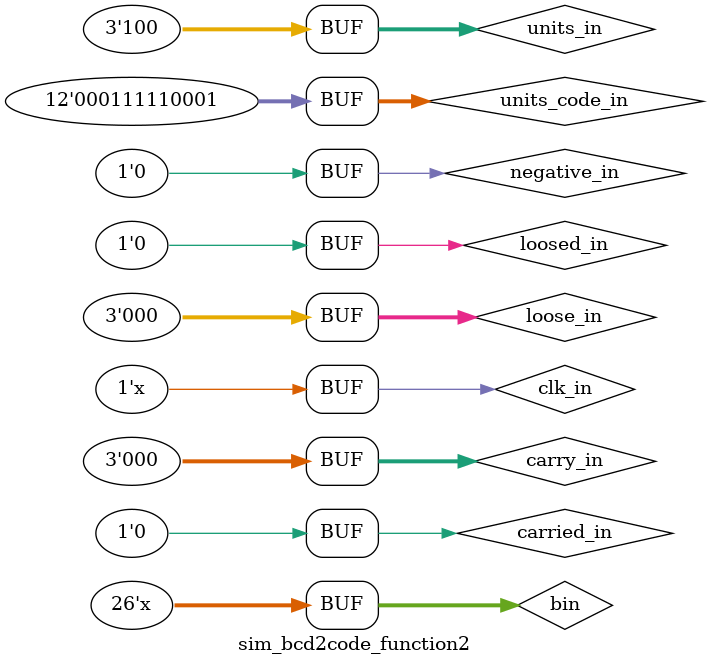
<source format=v>
`timescale 1ns / 1ps


module sim_bcd2code_function2(

    );
        reg clk_in = 0;
    always#10
        clk_in = ~clk_in;
    reg[25:0] bin = 26'hfffff;
    always#1000
        bin = bin + 1;
    
    wire[31:0] bcd_out;
    wire bcd_valid_out;
    bin2bcd uut_bin2bcd(
            .clk_in(clk_in),
            .bin_in(bin),//×î¸ß26Î»ÊäÈë
            .bcd_out(bcd_out),//×î¸ß32Î»Êä³ö
            .valid_out(bcd_valid_out)
            );
    reg[31:0] bcd_in;
    always@(posedge bcd_valid_out)
        bcd_in = bcd_out;
        
        
    parameter ca = 6'd0,     cb = 6'd1,     cc = 6'd2,     cd = 6'd3,     ce = 6'd4,     cf = 6'd5,     cg = 6'd6,     ch = 6'd7,     
                               ci = 6'd8,     cj = 6'd9,     ck = 6'd10,    cl = 6'd11,    cm = 6'd12,    cn = 6'd13,    cp = 6'd14,    cq = 6'd15,    
                               cr = 6'd16,    cs = 6'd17,    ct = 6'd18,    cu = 6'd19,    cv = 6'd20,    cw = 6'd21,    cx = 6'd22,    cy = 6'd23,    
                               cz = 6'd24,    a = 6'd25,     b = 6'd26,     c = 6'd27,     d = 6'd28,     e = 6'd29,     f = 6'd30,     g = 6'd31,     
                               h = 6'd32,     
                               //i = 6'd33,     j = 6'd34,     //i ºÍ j ÒÑ¾­ÓÃ¹ýÁË
                               k = 6'd35,     m = 6'd36,     n = 6'd37,     o = 6'd38,     p = 6'd39,     
                               q = 6'd40,     r = 6'd41,     s = 6'd42,     t = 6'd43,     u = 6'd44,     v = 6'd45,     w = 6'd46,     x = 6'd47,     
                               y = 6'd48,     z = 6'd49,     n0 = 6'd50,    n1 = 6'd51,    n2 = 6'd52,    n3 = 6'd53,    n4 = 6'd54,    n5 = 6'd55,    
                               n6 = 6'd56,    n7 = 6'd57,    n8 = 6'd58,    n9 = 6'd59,    div = 6'd60,   neg = 6'd61,  space = 6'd62,  point = 6'd63,
                               l = 6'd51,co = 6'd50;//×ÖÄ¸lÓÃÊý×Ö1´úÌæ£¬Êý×Ö0ÓÃ´óÐ´×ÖÄ¸O´úÌæ
    
    
            
            reg negative_in = 0;
            reg carried_in = 0;
            reg [2:0]carry_in = 0;//×î¶à´øÁË7¸ö0
            reg loosed_in = 0;
            reg [2:0]loose_in = 0;//×î¶àÈ¥ÁË7¸ö0
            
            reg [2:0] units_in = 4;//0:p£¬1:n, 2:u, 3:m, 4:ÎÞµ¥Î» 5:k, 6:M£¬7:G
            reg [11:0] units_code_in = {ch,z};//×î¶àÁ½Î»·ûºÅÊäÈë//Èç¹ûÔö¼Ó£¬Òª¸Äunits_code,code_out
            
            reg[47:0] code_out;//8¸ö×Ö·û£¬Ð¡Êýµã±£Áô2Î»
            //output reg[2:0] units_out,//0:ÎÞµ¥Î»£¬1:n,2:u,3:m,4:k,5:M£¬6:G£¬7:T
            ////////////test//////////////////
        //    output reg state,
        //    output reg[47:0] code_temp,
        //    output reg[3:0] lenth,
         //   output reg signed [4:0] real_lenth

            
            
            
        //                always@(posedge clk_in)
        //                    if(carried_in&loosed_in)
        //                        wrong_out = 1;
        //                    else
        //                        wrong_out = 0;
                        reg lenth_flag = 0;
                        reg[31:0] bcd_temp = 0;//ÓÃÀ´²Ù×÷µÄbcdÂë
                        reg state = 0;
                        always@(posedge clk_in)//×´Ì¬×ª»»
                            case(state)
                                1'b0:
                                     if(bcd_temp != bcd_in)
                                     begin
                                         bcd_temp <= bcd_in;
                                         state <= 1'b1;
                                     end
                                1'b1:
                                     if(lenth_flag)
                                         state <= 0;
                            endcase
        ///////////////////////////////////////////////////////////////////////////////////////////////////////////////////////            
                            
                            //////////////ÅÐ¶ÏÊý¾ÝÓÐÐ§Î»³¤¶È
                        reg[5:0] i;
                        reg[5:0] j;
                        reg[3:0] lenth;//Êý¾ÝÓÐÐ§Î»³¤¶È
                        
                        always@(negedge clk_in)
                            if(state)
                            begin
                                for(i=32;i>=1;i=i-1)
                                begin
                                    j = i - 1;
                                    if(~lenth_flag)
                                    begin
                                        if(bcd_temp[j] != 0)
                                        begin
                                            lenth = (j/4) + 1;
                                            lenth_flag = 1;
                                        end
                                        else if(j == 0)
                                        begin
                                            lenth = 0;
                                            lenth_flag = 1;
                                        end
                                    end
                                end
                            end
                            else
                                lenth_flag = 0;
        ////////////////////////////////////////////////////////////////////////////////////////////////////////////////////////                
                        /////////////////×ª»»/////////////////////
                        wire[5:0] code0;
                        wire[5:0] code1;
                        wire[5:0] code2;
                        wire[5:0] code3;
                        wire[5:0] code4;
                        wire[5:0] code5;
                        wire[5:0] code6;
                        wire[5:0] code7;
                        
                        bcd2code_core bc0(
                            .bcd_4bit_in(bcd_temp[3:0]),
                            .code_4bit_out(code0)
                            );
                        bcd2code_core bc1(                  
                            .bcd_4bit_in(bcd_temp[7:4]),
                            .code_4bit_out(code1)       
                            );
                        bcd2code_core bc2(                  
                            .bcd_4bit_in(bcd_temp[11:8]),
                            .code_4bit_out(code2)       
                            );                          
                        bcd2code_core bc3(                  
                            .bcd_4bit_in(bcd_temp[15:12]),
                            .code_4bit_out(code3)       
                            );                        
                        bcd2code_core bc4(                  
                            .bcd_4bit_in(bcd_temp[19:16]),
                            .code_4bit_out(code4)       
                            );                          
                        bcd2code_core bc5(                  
                            .bcd_4bit_in(bcd_temp[23:20]),
                            .code_4bit_out(code5)       
                            );                          
                        bcd2code_core bc6(                  
                            .bcd_4bit_in(bcd_temp[27:24]),
                            .code_4bit_out(code6)       
                            );                          
                        bcd2code_core bc7(                  
                            .bcd_4bit_in(bcd_temp[31:28]),
                            .code_4bit_out(code7)       
                            );
        /////////////////////////////////////////////////////////////////////////////////////////////////////////////////ÏÂ½µÑØ
                        /////////////////////¸³Öµ/////////////////////
                        reg[47:0] code_temp;                          
                        always@(posedge lenth_flag)//Ê±ÖÓÏÂ½µÑØ
                            code_temp <= {code7,code6,code5,code4,code3,code2,code1,code0};
        /////////////////////////////////////////////////////////////////////////////////////////////////////////////////////ÉÏÉýÑØ
                        ////////////////////ÒÆÎ»///////////////////
                        reg[17:0] code_temp_shift;
                        reg shift_flag = 0;
                        always@(posedge clk_in)
                            if(lenth_flag)
                                begin
                                    shift_flag = 1;
                                    case(lenth)
                                        4'd8: code_temp_shift <= code_temp[47:30];
                                        4'd7: code_temp_shift <= code_temp[41:24];
                                        4'd6: code_temp_shift <= code_temp[35:18];
                                        4'd5: code_temp_shift <= code_temp[29:12];
                                        4'd4: code_temp_shift <= code_temp[23:6];
                                        4'd3: code_temp_shift <= code_temp[17:0];
                                        4'd2: code_temp_shift <= {code_temp[11:0],n0};
                                        4'd1: code_temp_shift <= {code_temp[5:0],n0,n0};
                                        4'd0: code_temp_shift <= {n0,n0,n0};
                                    endcase
                                end
                            else
                                shift_flag = 0;
                            
                                
                        //////////////ÕæÊµ³¤¶ÈÅÐ¶Ï///////////////////
                        //³¤¶È×î´ó8Î»
                        //Òò´Ë·¶Î§ÊÇ8+7 -- 0 - 7//////15~~~~-7
                        //
                        reg signed [4:0] real_lenth;
                        reg real_lenth_flag = 0;
                        always@(posedge clk_in)
                        if(lenth_flag)
                        begin
                            if(carried_in)
                                real_lenth <= lenth - carry_in;
                            else if(loosed_in)
                                real_lenth <= lenth + loose_in;
                            else
                                real_lenth <= lenth;
                            real_lenth_flag <= 1;
                        end
                        else
                            real_lenth_flag <= 0;
                    
                    wire[4:0] real_lenth_abs;
                    assign real_lenth_abs = real_lenth[4]? (~real_lenth) + 1 : real_lenth;
                    
                    wire[2:0] bit10_ans;//10½øÖÆ£¬
                    assign bit10_ans = real_lenth_abs/3;
                    wire[1:0] bit10_remain;
                    assign bit10_remain = real_lenth_abs%3;
            
            
            ////////////////////////////////////////////////////////////////////////////////////////////////////////////////ÏÂ½µÑØ
            ///////////////¼ÓÐ¡Êýµã///////////////
            reg[23:0] code_temp_point;//4Î»µÄ´øÐ¡ÊýµãµÄ×Ö·ûÂë
            reg point_flag = 0;
            always@(negedge clk_in)
                if(real_lenth_flag&&shift_flag)
                begin
                    point_flag <= 1;
                    if(~real_lenth[4])
                        case(bit10_remain)
                            2'd0: code_temp_point <= {code_temp_shift[17:0],point};
                            2'd1: code_temp_point <= {code_temp_shift[17:12],point,code_temp_shift[11:0]};
                            2'd2: code_temp_point <= {code_temp_shift[17:6],point,code_temp_shift[5:0]};
                        endcase
                    else
                        case(bit10_remain)                                                                
                            2'd0: code_temp_point <= {code_temp_shift[17:0],point};                       
                            2'd1: code_temp_point <= {code_temp_shift[17:6],point,code_temp_shift[5:0]};
                            2'd2: code_temp_point <= {code_temp_shift[17:12],point,code_temp_shift[11:0]};  
                        endcase
                end
                else
                    point_flag <= 0;
            
            
            /////////////ÅÐ¶Ïµ¥Î»//////////////
            reg units_flag = 0;
            reg [3:0] units_real;//0:y, 1:z, 2:a, 3:f, 4:p, 5:n, 6:u, 7:m, 8:ÎÞµ¥Î» 9:k, 10:M, 11:G, 12:T, 13:P, 14:E, 15:Z
            always@(negedge clk_in)
                if(real_lenth_flag&&shift_flag)
                begin
                    units_flag <= 1;
                    if(~real_lenth[4])//Èç¹ûÕæÊµ³¤¶ÈÊÇÕýÊý
                        case(bit10_ans)
                            3'd5: units_real <= units_in + 3'd4 + 3'd4;//¼Ó4Î»
                            3'd4: begin
                                      if(bit10_remain == 0)
                                          units_real <= units_in + 3'd4 + 2'd3;
                                      else
                                          units_real <= units_in + 3'd4 + 3'd4;
                                  end
                            3'd3: begin                                        
                                      if(bit10_remain == 0)                    
                                          units_real <= units_in + 3'd4 + 2'd2;
                                      else                                     
                                          units_real <= units_in + 3'd4 + 2'd3;
                                  end   
                            3'd2: begin                                        
                                      if(bit10_remain == 0)                    
                                          units_real <= units_in + 3'd4 + 1'd1;
                                      else                                     
                                          units_real <= units_in + 3'd4 + 2'd2;
                                  end
                            3'd1: begin                                        
                                      if(bit10_remain == 0)                    
                                          units_real <= units_in + 3'd4;
                                      else                                                                                     
                                          units_real <= units_in + 3'd4 + 1'd1;                                                                                 
                                  end
                            3'd0: begin                                        
                                      if(bit10_remain == 0)                    
                                          units_real <= units_in + 2'd3;       
                                      else                                     
                                          units_real <= units_in + 3'd4;
                                  end
                         endcase
                     else
                         case(bit10_ans)
                             3'd0: units_real <= units_in + 2'd3;//¼õÒ»µ¥Î»
                             3'd1: units_real <= units_in + 2'd2;//¼õ¶þµ¥Î»
                             3'd2: units_real <= units_in + 1'd1;//¼õÈýµ¥Î»
                         endcase
                 end
                 else
                     units_flag <= 0;
            
        ////////////////////////////////////////////////////////////////////////////////////////////////////ÉÏÉýÑØ
        ////////////////×ª»»µ¥Î»×Ö·û/////////// 
        //0:y, 1:z, 2:a, 3:f, 4:p, 5:n, 6:u, 7:m, 8:ÎÞµ¥Î» 9:k, 10:M, 11:G, 12:T, 13:P, 14:E, 15:Z
            reg[17:0] units_code;//µ¥Î»×Ö·û
            always@(posedge clk_in)
                if(units_flag&&point_flag)
                    case(units_real)
                        4'h0:units_code <= {y,units_code_in};
                        4'h1:units_code <= {z,units_code_in};
                        4'h2:units_code <= {a,units_code_in};
                        4'h3:units_code <= {f,units_code_in};
                        4'h4:units_code <= {p,units_code_in};
                        4'h5:units_code <= {n,units_code_in};
                        4'h6:units_code <= {u,units_code_in};
                        4'h7:units_code <= {m,units_code_in};
                        4'h8:units_code <= {units_code_in,space};
                        4'h9:units_code <= {k,units_code_in};
                        4'ha:units_code <= {cm,units_code_in};
                        4'hb:units_code <= {cg,units_code_in};
                        4'hc:units_code <= {ct,units_code_in};
                        4'hd:units_code <= {cp,units_code_in};
                        4'he:units_code <= {ce,units_code_in};
                        4'hf:units_code <= {cz,units_code_in};
                    endcase
                    
                ///////////ÅÐ¶ÏµÍÎ»ÎÞÐ§×Ö·ûµÄ¸öÊý//////////
                reg[1:0] state_low = 0;
                reg[23:0] code_temp_point_judge = 0;
                reg[1:0] lenth_low;//µÍÎ»ÓÐ¼¸¸öÎÞÐ§Î»
                reg code_temp_low_flag = 0;
                always@(posedge clk_in)
                    case(state_low)
                        2'd0: if(code_temp_point_judge != code_temp_point)
                              begin
                                  state_low <= 2'd1;
                                  code_temp_point_judge <= code_temp_point;
                                  code_temp_low_flag <= 0;
                              end
                              else
                                  code_temp_low_flag <= 1;
                        2'd1:
                              if(code_temp_point_judge[5:0] == point)//µÚÒ»Î»ÊÇÐ¡Êýµã
                              begin
                                  lenth_low <= 2'd1;
                                  state_low <= 2'd0;
                                  code_temp_low_flag <= 1;
                              end
                              else if(code_temp_point_judge[5:0] == n0)
                              begin
                                  lenth_low <= 2'd1;      
                                  state_low <= 2'd2;//ÅÐ¶ÏµÚ¶þÎ»
                              end
                              else
                              begin
                                  lenth_low <= 2'd0;
                                  state_low <= 2'd0;
                                  code_temp_low_flag <= 1;
                              end
                        2'd2: if(code_temp_point_judge[11:6] == point)//µÚ¶þÎ»ÊÇÐ¡Êýµã       
                              begin                                                  
                                  lenth_low <= 2'd2; //ÎÞÐ§³¤¶È2                           
                                  state_low <= 2'd0;                              
                                  code_temp_low_flag <= 1;  //ÒÑÍê³É                         
                              end                                                    
                              else if(code_temp_point_judge[11:6] == n0)              
                              begin                                                  
                                  lenth_low <= 2'd3;//Èç¹ûÇ°Á½Î»Ã»ÓÐÐ¡Êýµã£¬ÇÒ¶¼ÊÇÁã£¬ÎÞÐ§Î»Îª3                           
                                  state_low <= 2'd0;//ÅÐ¶ÏµÚÈýÎ»  
                                  code_temp_low_flag <= 1;                        
                              end                                                    
                              else                                                   
                              begin                                                  
                                  lenth_low <= lenth_low;                                 
                                  state_low <= 2'd0;       //·µ»Ø³õÊ¼Ì¬                          
                                  code_temp_low_flag <= 1;                           
                              end
                  endcase                                             
                                                                    
        ///////////////////////////////////////////////////////////////////////////////////////////////////////Æ´½Ó
            always@(negedge clk_in)
                if(code_temp_low_flag)
                    case(lenth_low)
                        2'd0: if(negative_in)
                                  code_out <= {neg,code_temp_point,units_code};
                              else
                                  code_out <= {code_temp_point,units_code,space};
                        2'd1: if(negative_in)
                                  code_out <= {neg,code_temp_point[23:6],units_code,space};
                              else
                                  code_out <= {code_temp_point[23:6],units_code,space,space};
                        2'd2: if(negative_in)                                                
                                  code_out <= {neg,code_temp_point[23:12],units_code,space,space};  
                              else                                                           
                                  code_out <= {code_temp_point[23:12],units_code,space,space,space};
                        2'd3: if(negative_in)                                                
                                      code_out <= {neg,code_temp_point[23:18],units_code,space,space,space};  
                                  else                                                           
                                      code_out <= {code_temp_point[23:18],units_code,space,space,space,space};
                    endcase
endmodule

</source>
